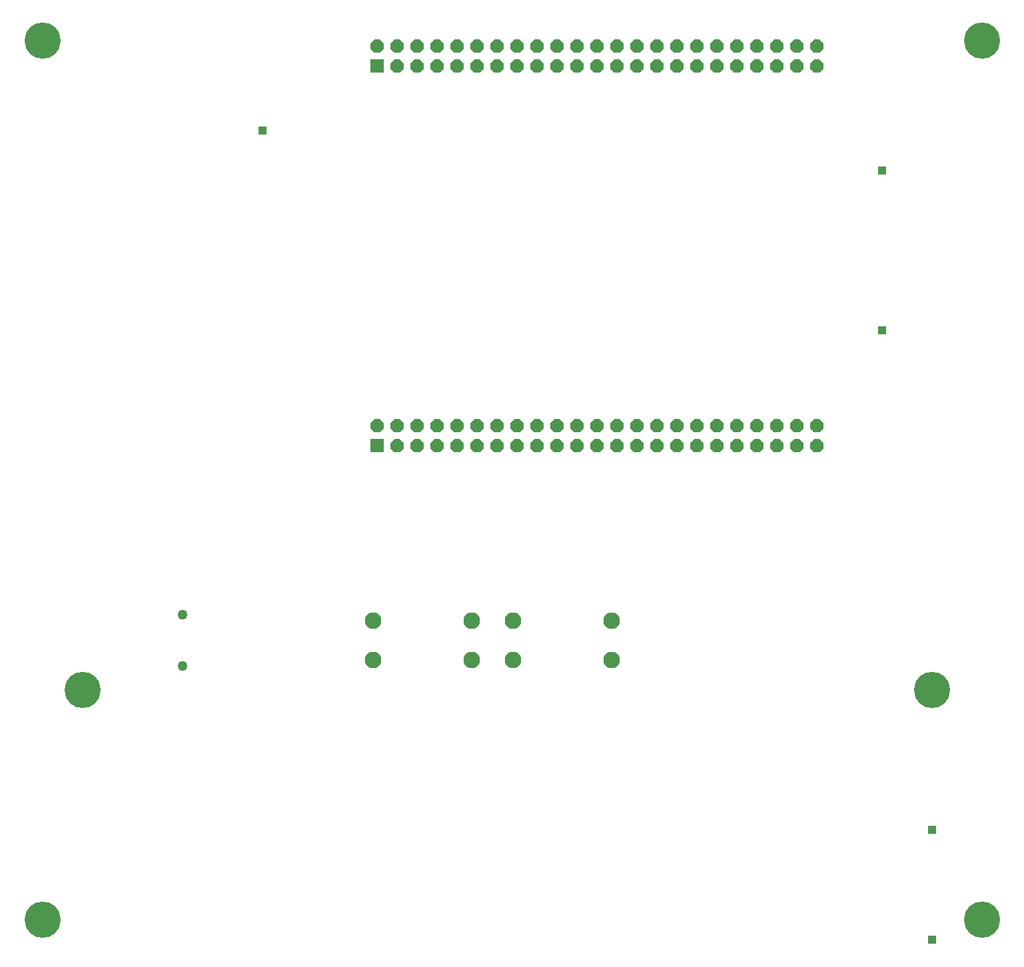
<source format=gbr>
G04 EAGLE Gerber RS-274X export*
G75*
%MOMM*%
%FSLAX34Y34*%
%LPD*%
%INSoldermask Bottom*%
%IPPOS*%
%AMOC8*
5,1,8,0,0,1.08239X$1,22.5*%
G01*
%ADD10R,1.676400X1.676400*%
%ADD11P,1.814519X8X22.500000*%
%ADD12R,1.057200X1.057200*%
%ADD13C,2.112400*%
%ADD14C,1.272400*%
%ADD15C,4.597400*%


D10*
X476250Y1136650D03*
D11*
X476250Y1162050D03*
X501650Y1136650D03*
X501650Y1162050D03*
X527050Y1136650D03*
X527050Y1162050D03*
X552450Y1136650D03*
X552450Y1162050D03*
X577850Y1136650D03*
X577850Y1162050D03*
X603250Y1136650D03*
X603250Y1162050D03*
X628650Y1136650D03*
X628650Y1162050D03*
X654050Y1136650D03*
X654050Y1162050D03*
X679450Y1136650D03*
X679450Y1162050D03*
X704850Y1136650D03*
X704850Y1162050D03*
X730250Y1136650D03*
X730250Y1162050D03*
X755650Y1136650D03*
X755650Y1162050D03*
X781050Y1136650D03*
X781050Y1162050D03*
X806450Y1136650D03*
X806450Y1162050D03*
X831850Y1136650D03*
X831850Y1162050D03*
X857250Y1136650D03*
X857250Y1162050D03*
X882650Y1136650D03*
X882650Y1162050D03*
X908050Y1136650D03*
X908050Y1162050D03*
X933450Y1136650D03*
X933450Y1162050D03*
X958850Y1136650D03*
X958850Y1162050D03*
X984250Y1136650D03*
X984250Y1162050D03*
X1009650Y1136650D03*
X1009650Y1162050D03*
X1035050Y1136650D03*
X1035050Y1162050D03*
D10*
X476250Y654050D03*
D11*
X476250Y679450D03*
X501650Y654050D03*
X501650Y679450D03*
X527050Y654050D03*
X527050Y679450D03*
X552450Y654050D03*
X552450Y679450D03*
X577850Y654050D03*
X577850Y679450D03*
X603250Y654050D03*
X603250Y679450D03*
X628650Y654050D03*
X628650Y679450D03*
X654050Y654050D03*
X654050Y679450D03*
X679450Y654050D03*
X679450Y679450D03*
X704850Y654050D03*
X704850Y679450D03*
X730250Y654050D03*
X730250Y679450D03*
X755650Y654050D03*
X755650Y679450D03*
X781050Y654050D03*
X781050Y679450D03*
X806450Y654050D03*
X806450Y679450D03*
X831850Y654050D03*
X831850Y679450D03*
X857250Y654050D03*
X857250Y679450D03*
X882650Y654050D03*
X882650Y679450D03*
X908050Y654050D03*
X908050Y679450D03*
X933450Y654050D03*
X933450Y679450D03*
X958850Y654050D03*
X958850Y679450D03*
X984250Y654050D03*
X984250Y679450D03*
X1009650Y654050D03*
X1009650Y679450D03*
X1035050Y654050D03*
X1035050Y679450D03*
D12*
X330200Y1054100D03*
X1117600Y1003300D03*
X1117600Y800100D03*
X1181100Y165100D03*
X1181100Y25400D03*
D13*
X595900Y431400D03*
X595900Y381400D03*
X470900Y381400D03*
X470900Y431400D03*
X773700Y431400D03*
X773700Y381400D03*
X648700Y381400D03*
X648700Y431400D03*
D14*
X228600Y438900D03*
X228600Y373900D03*
D15*
X1181100Y342900D03*
X101600Y342900D03*
X50800Y50800D03*
X1244600Y50800D03*
X50800Y1168400D03*
X1244600Y1168400D03*
M02*

</source>
